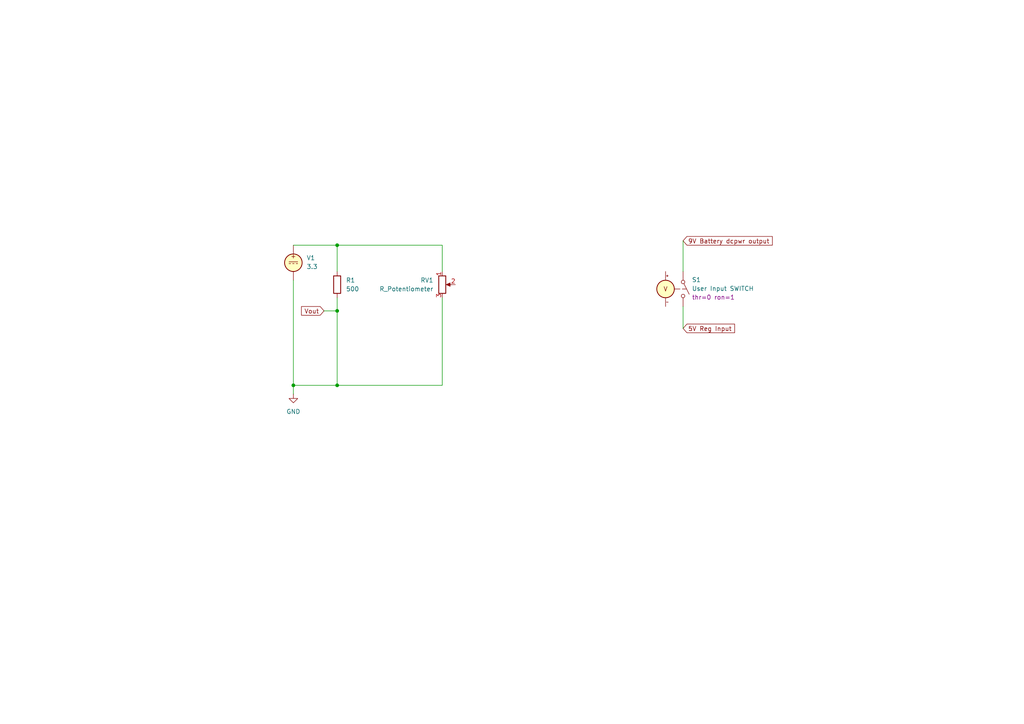
<source format=kicad_sch>
(kicad_sch (version 20231120) (generator "eeschema") (generator_version "8.0")
  (paper "A4")
  (lib_symbols
    (symbol "Device:R" (pin_numbers hide) (pin_names (offset 0))
      (property "Reference" "R" (at 2.032 0 90))
      (property "Value" "R" (at 0 0 90))
      (symbol "R_0_1"
        (rectangle (start -1.016 -2.54) (end 1.016 2.54) (stroke (width 0.254)))
      )
      (symbol "R_1_1"
        (pin passive line (at 0 3.81 270) (length 1.27) (name "~") (number "1"))
        (pin passive line (at 0 -3.81 90) (length 1.27) (name "~") (number "2"))
      )
    )
    (symbol "Device:R_Potentiometer" (pin_names (offset 1.016) hide)
      (property "Reference" "RV" (at -4.445 0 90))
      (property "Value" "R_Potentiometer" (at -2.54 0 90))
      (symbol "R_Potentiometer_0_1"
        (polyline (pts (xy 2.54 0) (xy 1.524 0)))
        (polyline (pts (xy 1.143 0) (xy 2.286 0.508) (xy 2.286 -0.508) (xy 1.143 0)) (fill (type outline)))
        (rectangle (start 1.016 2.54) (end -1.016 -2.54) (stroke (width 0.254)))
      )
      (symbol "R_Potentiometer_1_1"
        (pin passive line (at 0 3.81 270) (length 1.27) (name "1") (number "1"))
        (pin passive line (at 3.81 0 180) (length 1.27) (name "2") (number "2"))
        (pin passive line (at 0 -3.81 90) (length 1.27) (name "3") (number "3"))
      )
    )
    (symbol "Simulation_SPICE:SWITCH" (pin_numbers hide) (pin_names (offset 1.016) hide)
      (property "Reference" "S" (at 2.54 2.54 0))
      (property "Value" "SWITCH" (at 2.54 0 0))
      (property "Sim.Params" "thr=0 ron=1" (at 2.54 -2.54 0))
      (symbol "SWITCH_0_1"
        (circle (center 0 -2.032) (radius 0.508))
        (polyline (pts (xy 0.254 1.524) (xy 1.778 -1.524)))
        (circle (center 0 2.032) (radius 0.508))
      )
      (symbol "SWITCH_1_1"
        (circle (center -5.08 0) (radius 2.54) (stroke (width 0.254)) (fill (type background)))
        (polyline (pts (xy -4.826 -3.81) (xy -4.318 -3.81)))
        (polyline (pts (xy -4.826 3.81) (xy -4.318 3.81)))
        (polyline (pts (xy -4.572 4.064) (xy -4.572 3.556)))
        (polyline (pts (xy -2.54 0) (xy 0.889 0)) (stroke (width 0) (type dash)))
        (text "V" (at -5.08 0 0) (effects (font (size 1.27 1.27))))
        (pin passive line (at 0 5.08 270) (length 2.54) (name "N+") (number "1"))
        (pin passive line (at 0 -5.08 90) (length 2.54) (name "N-") (number "2"))
        (pin input line (at -5.08 5.08 270) (length 2.54) (name "C+") (number "3"))
        (pin input line (at -5.08 -5.08 90) (length 2.54) (name "C-") (number "4"))
      )
    )
    (symbol "Simulation_SPICE:VDC" (pin_numbers hide) (pin_names (offset 0.0254))
      (property "Reference" "V" (at 2.54 2.54 0))
      (property "Value" "1" (at 2.54 0 0))
      (symbol "VDC_0_0"
        (polyline (pts (xy -1.27 0.254) (xy 1.27 0.254)))
        (polyline (pts (xy -0.762 -0.254) (xy -1.27 -0.254)))
        (polyline (pts (xy 0.254 -0.254) (xy -0.254 -0.254)))
        (polyline (pts (xy 1.27 -0.254) (xy 0.762 -0.254)))
        (text "+" (at 0 1.905 0) (effects (font (size 1.27 1.27))))
      )
      (symbol "VDC_0_1"
        (circle (center 0 0) (radius 2.54) (stroke (width 0.254)) (fill (type background)))
      )
      (symbol "VDC_1_1"
        (pin passive line (at 0 5.08 270) (length 2.54) (name "~") (number "1"))
        (pin passive line (at 0 -5.08 90) (length 2.54) (name "~") (number "2"))
      )
    )
    (symbol "power:GND" (power) (pin_numbers hide) (pin_names (offset 0) hide)
      (property "Value" "GND" (at 0 -3.81 0))
      (symbol "GND_0_1"
        (polyline (pts (xy 0 0) (xy 0 -1.27) (xy 1.27 -1.27) (xy 0 -2.54) (xy -1.27 -1.27) (xy 0 -1.27)))
      )
      (symbol "GND_1_1"
        (pin power_in line (at 0 0 270) (length 0) (name "~") (number "1"))
      )
    )
  )
  (junction (at 97.79 71.12))
  (junction (at 97.79 111.76))
  (junction (at 85.09 111.76))
  (junction (at 97.79 90.17))
  (wire (pts (xy 97.79 90.17) (xy 97.79 111.76)))
  (wire (pts (xy 97.79 71.12) (xy 97.79 78.74)))
  (wire (pts (xy 93.98 90.17) (xy 97.79 90.17)))
  (wire (pts (xy 128.27 71.12) (xy 97.79 71.12)))
  (wire (pts (xy 85.09 71.12) (xy 97.79 71.12)))
  (wire (pts (xy 198.12 69.85) (xy 198.12 78.74)))
  (wire (pts (xy 85.09 111.76) (xy 85.09 114.3)))
  (wire (pts (xy 97.79 86.36) (xy 97.79 90.17)))
  (wire (pts (xy 128.27 78.74) (xy 128.27 71.12)))
  (wire (pts (xy 128.27 86.36) (xy 128.27 111.76)))
  (wire (pts (xy 97.79 111.76) (xy 85.09 111.76)))
  (wire (pts (xy 128.27 111.76) (xy 97.79 111.76)))
  (wire (pts (xy 85.09 81.28) (xy 85.09 111.76)))
  (wire (pts (xy 198.12 88.9) (xy 198.12 95.25)))
  (global_label "5V Reg Input" (shape input) (at 198.12 95.25 0) (property "Intersheetrefs" "${INTERSHEET_REFS}" (effects (hide yes))))
  (global_label "9V Battery dcpwr output" (shape input) (at 198.12 69.85 0) (property "Intersheetrefs" "${INTERSHEET_REFS}" (effects (hide yes))))
  (global_label "Vout" (shape input) (at 93.98 90.17 180) (property "Intersheetrefs" "${INTERSHEET_REFS}" (effects (hide yes))))
  (symbol (lib_id "Device:R_Potentiometer") (at 128.27 82.55 0) (unit 1)
    (property "Reference" "RV1" (at 125.73 81.2799 0) (effects (justify right)))
    (property "Value" "R_Potentiometer" (at 125.73 83.8199 0) (effects (justify right)))
    (property "Description" "Potentiometer" (effects (hide yes)))
  )
  (symbol (lib_id "power:GND") (at 85.09 114.3 0) (unit 1)
    (property "Reference" "#PWR01" (effects (hide yes)))
    (property "Value" "GND" (at 85.09 119.38 0))
    (property "Description" "Power symbol creates a global label with name \"GND\" , ground" (effects (hide yes)))
  )
  (symbol (lib_id "Device:R") (at 97.79 82.55 0) (unit 1)
    (property "Reference" "R1" (at 100.33 81.2799 0) (effects (justify left)))
    (property "Value" "500" (at 100.33 83.8199 0) (effects (justify left)))
    (property "Description" "Resistor" (effects (hide yes)))
  )
  (symbol (lib_id "Simulation_SPICE:VDC") (at 85.09 76.2 0) (unit 1)
    (property "Reference" "V1" (at 88.9 74.8001 0) (effects (justify left)))
    (property "Value" "3.3" (at 88.9 77.3401 0) (effects (justify left)))
    (property "Datasheet" "https://ngspice.sourceforge.io/docs/ngspice-html-manual/manual.xhtml#sec_Independent_Sources_for" (effects (hide yes)))
    (property "Description" "Voltage source, DC" (effects (hide yes)))
    (property "Sim.Pins" "1=+ 2=-" (effects (hide yes)))
    (property "Sim.Type" "DC" (effects (hide yes)))
    (property "Sim.Device" "V" (effects (hide yes)))
  )
  (symbol (lib_id "Simulation_SPICE:SWITCH") (at 198.12 83.82 0) (unit 1)
    (property "Reference" "S1" (at 200.66 81.1529 0) (effects (justify left)))
    (property "Value" "User Input SWITCH" (at 200.66 83.6929 0) (effects (justify left)))
    (property "Datasheet" "https://ngspice.sourceforge.io/docs/ngspice-html-manual/manual.xhtml#subsec_Switches" (effects (hide yes)))
    (property "Description" "Voltage controlled switch symbol for simulation only" (effects (hide yes)))
    (property "Sim.Device" "SW" (effects (hide yes)))
    (property "Sim.Type" "V" (effects (hide yes)))
    (property "Sim.Params" "thr=0 ron=1" (at 200.66 86.2329 0) (effects (justify left)))
    (property "Sim.Pins" "1=no+ 2=no- 3=ctrl+ 4=ctrl-" (effects (hide yes)))
  )
)
</source>
